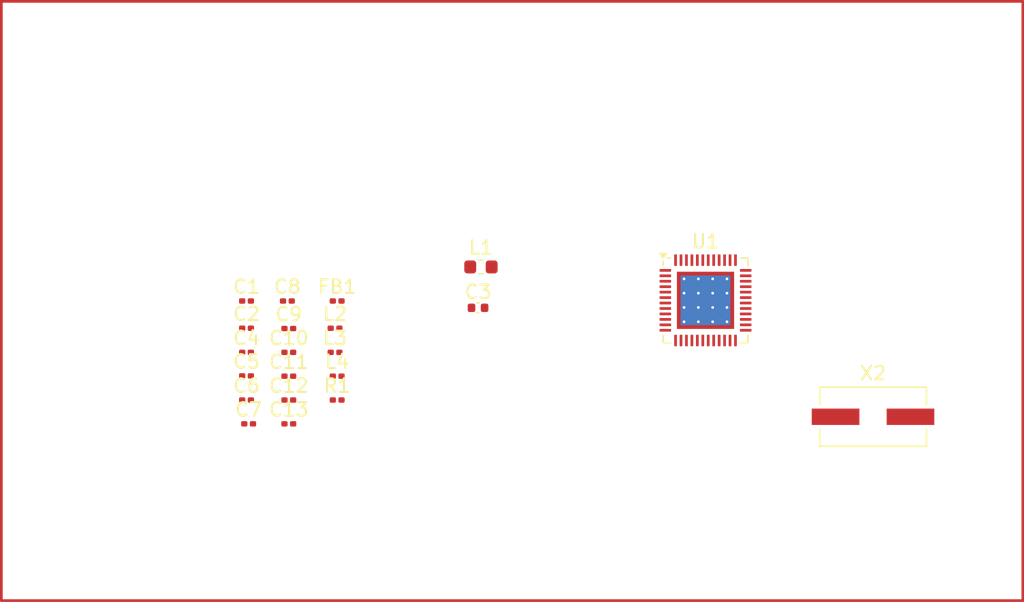
<source format=kicad_pcb>
(kicad_pcb (version 20241229) (generator "pcbnew") (generator_version "9.0")
  (layers (0 "F.Cu" signal) (2 "B.Cu" signal) (13 "F.Paste" user) (15 "B.Paste" user) (5 "F.SilkS" user "F.Silkscreen") (7 "B.SilkS" user "B.Silkscreen") (1 "F.Mask" user) (3 "B.Mask" user) (25 "Edge.Cuts" user))
  (net 0 "")
  (net 1 "VDD_nRF")
  (net 2 "/DECA")
  (net 3 "Net-(C6-Pad1)")
  (net 4 "Net-(C9-Pad1)")
  (net 5 "/RF")
  (net 6 "/NRESET")
  (net 7 "/SWDCLK")
  (net 8 "/SWDIO")
  (net 10 "Net-(U1-DECD)")
  (net 11 "GND")
  (net 12 "Net-(U1-VSS_PA)")
  (net 13 "Net-(U1-~{RESET})")
  (net 14 "Net-(U1-DCC)")
  (net 15 "Net-(U1-ANT)")
  (net 18 "Net-(U1-XC1)")
  (footprint "Inductor_SMD:L_0201_0603Metric" (layer "F.Cu") (at 123.5 109.27)
    (property "Reference" "L3" (at 0 -1.05 0) (layer "F.SilkS"))
    (property "Value" "3.5nH")
    (pad "1" smd roundrect (at -0.32 0) (size 0.46 0.4) (layers "F.Cu" "F.Mask") (net 3 "Net-(C6-Pad1)"))
    (pad "2" smd roundrect (at 0.32 0) (size 0.46 0.4) (layers "F.Cu" "F.Mask") (net 4 "Net-(C9-Pad1)"))
  )
  (footprint "Capacitor_SMD:C_0201_0603Metric" (layer "F.Cu") (at 117 111)
    (property "Reference" "C5" (at 0 -1.05 0) (layer "F.SilkS"))
    (property "Value" "10nF")
    (pad "1" smd roundrect (at -0.32 0) (size 0.46 0.4) (layers "F.Cu" "F.Mask") (net 2 "/DECA"))
    (pad "2" smd roundrect (at 0.32 0) (size 0.46 0.4) (layers "F.Cu" "F.Mask") (net 11 "GND"))
  )
  (footprint "Crystal:Crystal_SMD_ECS_CSM3X-2Pin_7.6x4.1mm" (layer "F.Cu") (at 163 114)
    (property "Reference" "X2" (at 0 -3.2 0) (layer "F.SilkS"))
    (property "Value" "32MHz")
    (fp_line (start -3.92 -2.17) (end -3.92 -0.9) (stroke (width 0.12)) (layer "F.SilkS"))
    (fp_line (start -3.92 -2.17) (end 3.92 -2.17) (stroke (width 0.12)) (layer "F.SilkS"))
    (fp_line (start -3.92 2.17) (end -3.92 0.9) (stroke (width 0.12)) (layer "F.SilkS"))
    (fp_line (start -3.92 2.17) (end 3.92 2.17) (stroke (width 0.12)) (layer "F.SilkS"))
    (fp_line (start 3.92 -2.17) (end 3.92 -0.9) (stroke (width 0.12)) (layer "F.SilkS"))
    (fp_line (start 3.92 2.17) (end 3.92 0.9) (stroke (width 0.12)) (layer "F.SilkS"))
    (pad "1" smd rect (at -2.75 0) (size 3.5 1.2) (layers "F.Cu" "F.Mask" "F.Paste") (net 18 "Net-(U1-XC1)"))
    (pad "2" smd rect (at 2.75 0) (size 3.5 1.2) (layers "F.Cu" "F.Mask" "F.Paste"))
  )
  (footprint "Capacitor_SMD:C_0201_0603Metric" (layer "F.Cu") (at 120.105 109.27)
    (property "Reference" "C10" (at 0 -1.05 0) (layer "F.SilkS"))
    (property "Value" "100nF")
    (pad "1" smd roundrect (at -0.32 0) (size 0.46 0.4) (layers "F.Cu" "F.Mask") (net 1 "VDD_nRF"))
    (pad "2" smd roundrect (at 0.32 0) (size 0.46 0.4) (layers "F.Cu" "F.Mask") (net 11 "GND"))
  )
  (footprint "Resistor_SMD:R_0201_0603Metric" (layer "F.Cu") (at 123.655 105.5)
    (property "Reference" "FB1" (at 0 -1.05 0) (layer "F.SilkS"))
    (property "Value" "FerriteBead")
    (pad "1" smd roundrect (at -0.32 0) (size 0.46 0.4) (layers "F.Cu" "F.Mask") (net 10 "Net-(U1-DECD)"))
    (pad "2" smd roundrect (at 0.32 0) (size 0.46 0.4) (layers "F.Cu" "F.Mask") (net 2 "/DECA"))
  )
  (footprint "Capacitor_SMD:C_0201_0603Metric" (layer "F.Cu") (at 117 105.5)
    (property "Reference" "C1" (at 0 -1.05 0) (layer "F.SilkS"))
    (property "Value" "2.2uF")
    (pad "1" smd roundrect (at -0.32 0) (size 0.46 0.4) (layers "F.Cu" "F.Mask") (net 10 "Net-(U1-DECD)"))
    (pad "2" smd roundrect (at 0.32 0) (size 0.46 0.4) (layers "F.Cu" "F.Mask") (net 11 "GND"))
  )
  (footprint "Inductor_SMD:L_0603_1608Metric" (layer "F.Cu") (at 134.2125 103)
    (property "Reference" "L1" (at 0 -1.43 0) (layer "F.SilkS"))
    (property "Value" "4.7uH")
    (fp_line (start -0.162779 -0.51) (end 0.162779 -0.51) (stroke (width 0.12)) (layer "F.SilkS"))
    (fp_line (start -0.162779 0.51) (end 0.162779 0.51) (stroke (width 0.12)) (layer "F.SilkS"))
    (pad "1" smd roundrect (at -0.7875 0) (size 0.875 0.95) (layers "F.Cu" "F.Mask" "F.Paste") (net 10 "Net-(U1-DECD)"))
    (pad "2" smd roundrect (at 0.7875 0) (size 0.875 0.95) (layers "F.Cu" "F.Mask" "F.Paste") (net 14 "Net-(U1-DCC)"))
  )
  (footprint "Capacitor_SMD:C_0201_0603Metric" (layer "F.Cu") (at 120.105 112.77)
    (property "Reference" "C12" (at 0 -1.05 0) (layer "F.SilkS"))
    (property "Value" "10nF")
    (pad "1" smd roundrect (at -0.32 0) (size 0.46 0.4) (layers "F.Cu" "F.Mask") (net 2 "/DECA"))
    (pad "2" smd roundrect (at 0.32 0) (size 0.46 0.4) (layers "F.Cu" "F.Mask") (net 11 "GND"))
  )
  (footprint "Capacitor_SMD:C_0201_0603Metric" (layer "F.Cu") (at 120.105 114.52)
    (property "Reference" "C13" (at 0 -1.05 0) (layer "F.SilkS"))
    (property "Value" "3.9pF")
    (pad "1" smd roundrect (at -0.32 0) (size 0.46 0.4) (layers "F.Cu" "F.Mask") (net 13 "Net-(U1-~{RESET})"))
    (pad "2" smd roundrect (at 0.32 0) (size 0.46 0.4) (layers "F.Cu" "F.Mask") (net 11 "GND"))
  )
  (footprint "Capacitor_SMD:C_0201_0603Metric" (layer "F.Cu") (at 120.105 107.52)
    (property "Reference" "C9" (at 0 -1.05 0) (layer "F.SilkS"))
    (property "Value" "2.0pF")
    (pad "1" smd roundrect (at -0.32 0) (size 0.46 0.4) (layers "F.Cu" "F.Mask") (net 4 "Net-(C9-Pad1)"))
    (pad "2" smd roundrect (at 0.32 0) (size 0.46 0.4) (layers "F.Cu" "F.Mask") (net 11 "GND"))
  )
  (footprint "Inductor_SMD:L_0201_0603Metric" (layer "F.Cu") (at 123.655 111.02)
    (property "Reference" "L4" (at 0 -1.05 0) (layer "F.SilkS"))
    (property "Value" "0.3pF")
    (pad "1" smd roundrect (at -0.32 0) (size 0.46 0.4) (layers "F.Cu" "F.Mask") (net 4 "Net-(C9-Pad1)"))
    (pad "2" smd roundrect (at 0.32 0) (size 0.46 0.4) (layers "F.Cu" "F.Mask") (net 5 "/RF"))
  )
  (footprint "Resistor_SMD:R_0201_0603Metric" (layer "F.Cu") (at 123.655 112.77)
    (property "Reference" "R1" (at 0 -1.05 0) (layer "F.SilkS"))
    (property "Value" "1k")
    (pad "1" smd roundrect (at -0.32 0) (size 0.46 0.4) (layers "F.Cu" "F.Mask") (net 13 "Net-(U1-~{RESET})"))
    (pad "2" smd roundrect (at 0.32 0) (size 0.46 0.4) (layers "F.Cu" "F.Mask") (net 6 "/NRESET"))
  )
  (footprint "Capacitor_SMD:C_0201_0603Metric" (layer "F.Cu") (at 120.105 111.02)
    (property "Reference" "C11" (at 0 -1.05 0) (layer "F.SilkS"))
    (property "Value" "0.3pF")
    (pad "1" smd roundrect (at -0.32 0) (size 0.46 0.4) (layers "F.Cu" "F.Mask") (net 5 "/RF"))
    (pad "2" smd roundrect (at 0.32 0) (size 0.46 0.4) (layers "F.Cu" "F.Mask") (net 11 "GND"))
  )
  (footprint "Capacitor_SMD:C_0402_1005Metric" (layer "F.Cu") (at 134 106)
    (property "Reference" "C3" (at 0 -1.16 0) (layer "F.SilkS"))
    (property "Value" "10uF")
    (fp_line (start -0.107836 -0.36) (end 0.107836 -0.36) (stroke (width 0.12)) (layer "F.SilkS"))
    (fp_line (start -0.107836 0.36) (end 0.107836 0.36) (stroke (width 0.12)) (layer "F.SilkS"))
    (pad "1" smd roundrect (at -0.48 0) (size 0.56 0.62) (layers "F.Cu" "F.Mask" "F.Paste") (net 1 "VDD_nRF"))
    (pad "2" smd roundrect (at 0.48 0) (size 0.56 0.62) (layers "F.Cu" "F.Mask" "F.Paste") (net 11 "GND"))
  )
  (footprint "Inductor_SMD:L_0201_0603Metric" (layer "F.Cu") (at 123.5 107.5)
    (property "Reference" "L2" (at 0 -1.05 0) (layer "F.SilkS"))
    (property "Value" "2.7nH")
    (pad "1" smd roundrect (at -0.32 0) (size 0.46 0.4) (layers "F.Cu" "F.Mask") (net 15 "Net-(U1-ANT)"))
    (pad "2" smd roundrect (at 0.32 0) (size 0.46 0.4) (layers "F.Cu" "F.Mask") (net 3 "Net-(C6-Pad1)"))
  )
  (footprint "Package_DFN_QFN:QFN-48-1EP_6x6mm_P0.4mm_EP4.2x4.2mm_ThermalVias" (layer "F.Cu") (at 150.7 105.45)
    (property "Reference" "U1" (at 0 -4.33 0) (layer "F.SilkS"))
    (property "Value" "~")
    (fp_line (start -3.11 -2.56) (end -3.11 -2.87) (stroke (width 0.12)) (layer "F.SilkS"))
    (fp_line (start -3.11 3.11) (end -3.11 2.56) (stroke (width 0.12)) (layer "F.SilkS"))
    (fp_line (start -2.56 -3.11) (end -2.81 -3.11) (stroke (width 0.12)) (layer "F.SilkS"))
    (fp_line (start -2.56 3.11) (end -3.11 3.11) (stroke (width 0.12)) (layer "F.SilkS"))
    (fp_line (start 2.56 -3.11) (end 3.11 -3.11) (stroke (width 0.12)) (layer "F.SilkS"))
    (fp_line (start 2.56 3.11) (end 3.11 3.11) (stroke (width 0.12)) (layer "F.SilkS"))
    (fp_line (start 3.11 -3.11) (end 3.11 -2.56) (stroke (width 0.12)) (layer "F.SilkS"))
    (fp_line (start 3.11 3.11) (end 3.11 2.56) (stroke (width 0.12)) (layer "F.SilkS"))
    (fp_poly (pts (xy -3.11 -3.11) (xy -3.35 -3.44) (xy -2.87 -3.44) (xy -3.11 -3.11)) (stroke (width 0.12)) (fill yes) (layer "F.SilkS"))
    (pad "1" smd roundrect (at -2.95 -2.2) (size 0.85 0.2) (layers "F.Cu" "F.Mask" "F.Paste"))
    (pad "2" smd roundrect (at -2.95 -1.8) (size 0.85 0.2) (layers "F.Cu" "F.Mask" "F.Paste"))
    (pad "3" smd roundrect (at -2.95 -1.4) (size 0.85 0.2) (layers "F.Cu" "F.Mask" "F.Paste"))
    (pad "4" smd roundrect (at -2.95 -1) (size 0.85 0.2) (layers "F.Cu" "F.Mask" "F.Paste"))
    (pad "5" smd roundrect (at -2.95 -0.6) (size 0.85 0.2) (layers "F.Cu" "F.Mask" "F.Paste"))
    (pad "6" smd roundrect (at -2.95 -0.2) (size 0.85 0.2) (layers "F.Cu" "F.Mask" "F.Paste"))
    (pad "7" smd roundrect (at -2.95 0.2) (size 0.85 0.2) (layers "F.Cu" "F.Mask" "F.Paste"))
    (pad "8" smd roundrect (at -2.95 0.6) (size 0.85 0.2) (layers "F.Cu" "F.Mask" "F.Paste"))
    (pad "9" smd roundrect (at -2.95 1) (size 0.85 0.2) (layers "F.Cu" "F.Mask" "F.Paste"))
    (pad "10" smd roundrect (at -2.95 1.4) (size 0.85 0.2) (layers "F.Cu" "F.Mask" "F.Paste") (net 1 "VDD_nRF"))
    (pad "11" smd roundrect (at -2.95 1.8) (size 0.85 0.2) (layers "F.Cu" "F.Mask" "F.Paste"))
    (pad "12" smd roundrect (at -2.95 2.2) (size 0.85 0.2) (layers "F.Cu" "F.Mask" "F.Paste"))
    (pad "13" smd roundrect (at -2.2 2.95) (size 0.2 0.85) (layers "F.Cu" "F.Mask" "F.Paste"))
    (pad "14" smd roundrect (at -1.8 2.95) (size 0.2 0.85) (layers "F.Cu" "F.Mask" "F.Paste"))
    (pad "15" smd roundrect (at -1.4 2.95) (size 0.2 0.85) (layers "F.Cu" "F.Mask" "F.Paste"))
    (pad "16" smd roundrect (at -1 2.95) (size 0.2 0.85) (layers "F.Cu" "F.Mask" "F.Paste"))
    (pad "17" smd roundrect (at -0.6 2.95) (size 0.2 0.85) (layers "F.Cu" "F.Mask" "F.Paste"))
    (pad "18" smd roundrect (at -0.2 2.95) (size 0.2 0.85) (layers "F.Cu" "F.Mask" "F.Paste"))
    (pad "19" smd roundrect (at 0.2 2.95) (size 0.2 0.85) (layers "F.Cu" "F.Mask" "F.Paste"))
    (pad "20" smd roundrect (at 0.6 2.95) (size 0.2 0.85) (layers "F.Cu" "F.Mask" "F.Paste"))
    (pad "21" smd roundrect (at 1 2.95) (size 0.2 0.85) (layers "F.Cu" "F.Mask" "F.Paste"))
    (pad "22" smd roundrect (at 1.4 2.95) (size 0.2 0.85) (layers "F.Cu" "F.Mask" "F.Paste") (net 1 "VDD_nRF"))
    (pad "23" smd roundrect (at 1.8 2.95) (size 0.2 0.85) (layers "F.Cu" "F.Mask" "F.Paste"))
    (pad "24" smd roundrect (at 2.2 2.95) (size 0.2 0.85) (layers "F.Cu" "F.Mask" "F.Paste"))
    (pad "25" smd roundrect (at 2.95 2.2) (size 0.85 0.2) (layers "F.Cu" "F.Mask" "F.Paste") (net 8 "/SWDIO"))
    (pad "26" smd roundrect (at 2.95 1.8) (size 0.85 0.2) (layers "F.Cu" "F.Mask" "F.Paste") (net 7 "/SWDCLK"))
    (pad "27" smd roundrect (at 2.95 1.4) (size 0.85 0.2) (layers "F.Cu" "F.Mask" "F.Paste"))
    (pad "28" smd roundrect (at 2.95 1) (size 0.85 0.2) (layers "F.Cu" "F.Mask" "F.Paste"))
    (pad "29" smd roundrect (at 2.95 0.6) (size 0.85 0.2) (layers "F.Cu" "F.Mask" "F.Paste"))
    (pad "30" smd roundrect (at 2.95 0.2) (size 0.85 0.2) (layers "F.Cu" "F.Mask" "F.Paste") (net 13 "Net-(U1-~{RESET})"))
    (pad "31" smd roundrect (at 2.95 -0.2) (size 0.85 0.2) (layers "F.Cu" "F.Mask" "F.Paste") (net 15 "Net-(U1-ANT)"))
    (pad "32" smd roundrect (at 2.95 -0.6) (size 0.85 0.2) (layers "F.Cu" "F.Mask" "F.Paste") (net 12 "Net-(U1-VSS_PA)"))
    (pad "33" smd roundrect (at 2.95 -1) (size 0.85 0.2) (layers "F.Cu" "F.Mask" "F.Paste") (net 2 "/DECA"))
    (pad "34" smd roundrect (at 2.95 -1.4) (size 0.85 0.2) (layers "F.Cu" "F.Mask" "F.Paste") (net 18 "Net-(U1-XC1)"))
    (pad "35" smd roundrect (at 2.95 -1.8) (size 0.85 0.2) (layers "F.Cu" "F.Mask" "F.Paste"))
    (pad "36" smd roundrect (at 2.95 -2.2) (size 0.85 0.2) (layers "F.Cu" "F.Mask" "F.Paste") (net 1 "VDD_nRF"))
    (pad "37" smd roundrect (at 2.2 -2.95) (size 0.2 0.85) (layers "F.Cu" "F.Mask" "F.Paste"))
    (pad "38" smd roundrect (at 1.8 -2.95) (size 0.2 0.85) (layers "F.Cu" "F.Mask" "F.Paste"))
    (pad "39" smd roundrect (at 1.4 -2.95) (size 0.2 0.85) (layers "F.Cu" "F.Mask" "F.Paste"))
    (pad "40" smd roundrect (at 1 -2.95) (size 0.2 0.85) (layers "F.Cu" "F.Mask" "F.Paste"))
    (pad "41" smd roundrect (at 0.6 -2.95) (size 0.2 0.85) (layers "F.Cu" "F.Mask" "F.Paste"))
    (pad "42" smd roundrect (at 0.2 -2.95) (size 0.2 0.85) (layers "F.Cu" "F.Mask" "F.Paste"))
    (pad "43" smd roundrect (at -0.2 -2.95) (size 0.2 0.85) (layers "F.Cu" "F.Mask" "F.Paste") (net 2 "/DECA"))
    (pad "44" smd roundrect (at -0.6 -2.95) (size 0.2 0.85) (layers "F.Cu" "F.Mask" "F.Paste") (net 11 "GND"))
    (pad "45" smd roundrect (at -1 -2.95) (size 0.2 0.85) (layers "F.Cu" "F.Mask" "F.Paste") (net 10 "Net-(U1-DECD)"))
    (pad "46" smd roundrect (at -1.4 -2.95) (size 0.2 0.85) (layers "F.Cu" "F.Mask" "F.Paste") (net 14 "Net-(U1-DCC)"))
    (pad "47" smd roundrect (at -1.8 -2.95) (size 0.2 0.85) (layers "F.Cu" "F.Mask" "F.Paste") (net 1 "VDD_nRF"))
    (pad "48" smd roundrect (at -2.2 -2.95) (size 0.2 0.85) (layers "F.Cu" "F.Mask" "F.Paste") (net 1 "VDD_nRF"))
    (pad "49" thru_hole circle (at -1.575 -1.575) (size 0.5 0.5) (drill 0.2) (property pad_prop_heatsink) (layers "*.Cu") (net 11 "GND"))
    (pad "49" thru_hole circle (at -1.575 -0.525) (size 0.5 0.5) (drill 0.2) (property pad_prop_heatsink) (layers "*.Cu") (net 11 "GND"))
    (pad "49" thru_hole circle (at -1.575 0.525) (size 0.5 0.5) (drill 0.2) (property pad_prop_heatsink) (layers "*.Cu") (net 11 "GND"))
    (pad "49" thru_hole circle (at -1.575 1.575) (size 0.5 0.5) (drill 0.2) (property pad_prop_heatsink) (layers "*.Cu") (net 11 "GND"))
    (pad "49" thru_hole circle (at -0.525 -1.575) (size 0.5 0.5) (drill 0.2) (property pad_prop_heatsink) (layers "*.Cu") (net 11 "GND"))
    (pad "49" thru_hole circle (at -0.525 -0.525) (size 0.5 0.5) (drill 0.2) (property pad_prop_heatsink) (layers "*.Cu") (net 11 "GND"))
    (pad "49" thru_hole circle (at -0.525 0.525) (size 0.5 0.5) (drill 0.2) (property pad_prop_heatsink) (layers "*.Cu") (net 11 "GND"))
    (pad "49" thru_hole circle (at -0.525 1.575) (size 0.5 0.5) (drill 0.2) (property pad_prop_heatsink) (layers "*.Cu") (net 11 "GND"))
    (pad "49" smd rect (at 0 0) (size 3.65 3.65) (property pad_prop_heatsink) (layers "B.Cu") (net 11 "GND"))
    (pad "49" smd rect (at 0 0) (size 4.2 4.2) (property pad_prop_heatsink) (layers "F.Cu" "F.Mask") (net 11 "GND"))
    (pad "49" thru_hole circle (at 0.525 -1.575) (size 0.5 0.5) (drill 0.2) (property pad_prop_heatsink) (layers "*.Cu") (net 11 "GND"))
    (pad "49" thru_hole circle (at 0.525 -0.525) (size 0.5 0.5) (drill 0.2) (property pad_prop_heatsink) (layers "*.Cu") (net 11 "GND"))
    (pad "49" thru_hole circle (at 0.525 0.525) (size 0.5 0.5) (drill 0.2) (property pad_prop_heatsink) (layers "*.Cu") (net 11 "GND"))
    (pad "49" thru_hole circle (at 0.525 1.575) (size 0.5 0.5) (drill 0.2) (property pad_prop_heatsink) (layers "*.Cu") (net 11 "GND"))
    (pad "49" thru_hole circle (at 1.575 -1.575) (size 0.5 0.5) (drill 0.2) (property pad_prop_heatsink) (layers "*.Cu") (net 11 "GND"))
    (pad "49" thru_hole circle (at 1.575 -0.525) (size 0.5 0.5) (drill 0.2) (property pad_prop_heatsink) (layers "*.Cu") (net 11 "GND"))
    (pad "49" thru_hole circle (at 1.575 0.525) (size 0.5 0.5) (drill 0.2) (property pad_prop_heatsink) (layers "*.Cu") (net 11 "GND"))
    (pad "49" thru_hole circle (at 1.575 1.575) (size 0.5 0.5) (drill 0.2) (property pad_prop_heatsink) (layers "*.Cu") (net 11 "GND"))
  )
  (footprint "Capacitor_SMD:C_0201_0603Metric" (layer "F.Cu") (at 120 105.5)
    (property "Reference" "C8" (at 0 -1.05 0) (layer "F.SilkS"))
    (property "Value" "100nF")
    (pad "1" smd roundrect (at -0.32 0) (size 0.46 0.4) (layers "F.Cu" "F.Mask") (net 1 "VDD_nRF"))
    (pad "2" smd roundrect (at 0.32 0) (size 0.46 0.4) (layers "F.Cu" "F.Mask") (net 11 "GND"))
  )
  (footprint "Capacitor_SMD:C_0201_0603Metric" (layer "F.Cu") (at 117 109.27)
    (property "Reference" "C4" (at 0 -1.05 0) (layer "F.SilkS"))
    (property "Value" "100nF")
    (pad "1" smd roundrect (at -0.32 0) (size 0.46 0.4) (layers "F.Cu" "F.Mask") (net 1 "VDD_nRF"))
    (pad "2" smd roundrect (at 0.32 0) (size 0.46 0.4) (layers "F.Cu" "F.Mask") (net 11 "GND"))
  )
  (footprint "Capacitor_SMD:C_0201_0603Metric" (layer "F.Cu") (at 117 107.5)
    (property "Reference" "C2" (at 0 -1.05 0) (layer "F.SilkS"))
    (property "Value" "2.2uF")
    (pad "1" smd roundrect (at -0.32 0) (size 0.46 0.4) (layers "F.Cu" "F.Mask") (net 2 "/DECA"))
    (pad "2" smd roundrect (at 0.32 0) (size 0.46 0.4) (layers "F.Cu" "F.Mask") (net 11 "GND"))
  )
  (footprint "Capacitor_SMD:C_0201_0603Metric" (layer "F.Cu") (at 117 112.77)
    (property "Reference" "C6" (at 0 -1.05 0) (layer "F.SilkS"))
    (property "Value" "1.5pF")
    (pad "1" smd roundrect (at -0.32 0) (size 0.46 0.4) (layers "F.Cu" "F.Mask") (net 3 "Net-(C6-Pad1)"))
    (pad "2" smd roundrect (at 0.32 0) (size 0.46 0.4) (layers "F.Cu" "F.Mask") (net 12 "Net-(U1-VSS_PA)"))
  )
  (footprint "Capacitor_SMD:C_0201_0603Metric" (layer "F.Cu") (at 117.155 114.52)
    (property "Reference" "C7" (at 0 -1.05 0) (layer "F.SilkS"))
    (property "Value" "100nF")
    (pad "1" smd roundrect (at -0.32 0) (size 0.46 0.4) (layers "F.Cu" "F.Mask") (net 1 "VDD_nRF"))
    (pad "2" smd roundrect (at 0.32 0) (size 0.46 0.4) (layers "F.Cu" "F.Mask") (net 11 "GND"))
  )
  (gr_rect (start 99 83.5) (end 174 127.5) (stroke (width 0.2)) (fill no) (layer "F.Cu") (net 9))
)
</source>
